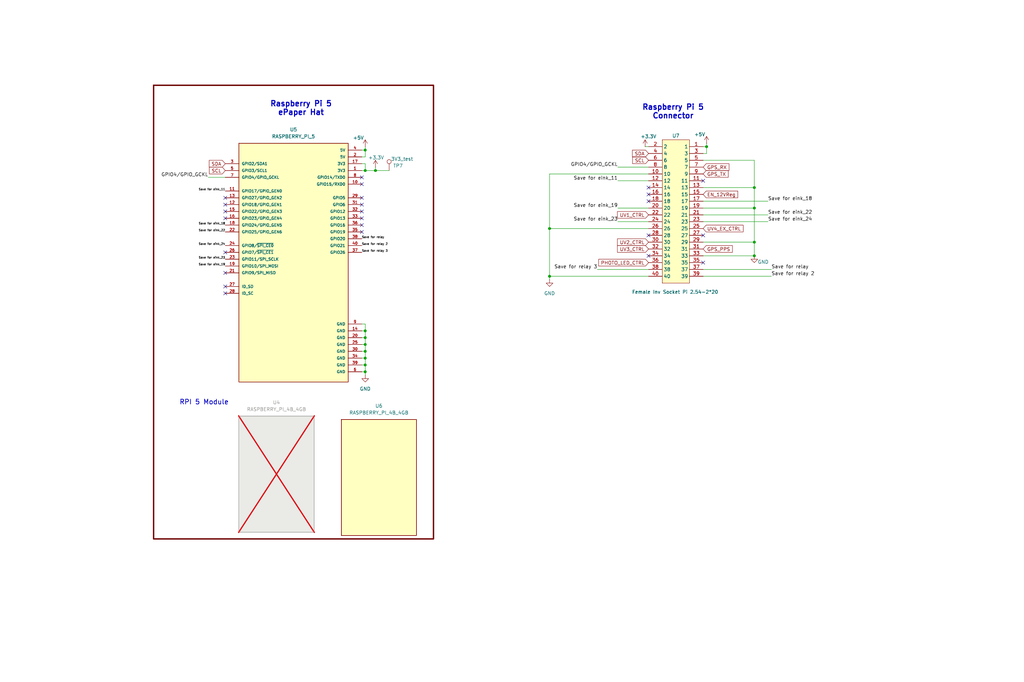
<source format=kicad_sch>
(kicad_sch (version 20250114) (generator "eeschema") (generator_version "9.0")
  (paper "User" 381 254)
  (title_block (title "MothBox") (date "2025-07-12") (rev "5.0.1") (company "Digital Naturalism Laboritories"))
  (lib_symbols
    (symbol "MothBox_Symbol_Library:+3.3V" (power) (pin_numbers (hide yes)) (pin_names (offset 0) (hide yes))
      (property "Value" "+3.3V" (at 0 3.556 0))
      (symbol "+3.3V_0_1"
        (polyline (pts (xy -0.762 1.27) (xy 0 2.54)))
        (polyline (pts (xy 0 2.54) (xy 0.762 1.27)))
        (polyline (pts (xy 0 0) (xy 0 2.54)))
      )
      (symbol "+3.3V_1_1"
        (pin power_in line (at 0 0 90) (length 0) (name "~") (number "1"))
      )
    )
    (symbol "MothBox_Symbol_Library:+5V" (power) (pin_numbers (hide yes)) (pin_names (offset 0) (hide yes))
      (property "Value" "+5V" (at 0 3.556 0))
      (symbol "+5V_0_1"
        (polyline (pts (xy -0.762 1.27) (xy 0 2.54)))
        (polyline (pts (xy 0 2.54) (xy 0.762 1.27)))
        (polyline (pts (xy 0 0) (xy 0 2.54)))
      )
      (symbol "+5V_1_1"
        (pin power_in line (at 0 0 90) (length 0) (name "~") (number "1"))
      )
    )
    (symbol "MothBox_Symbol_Library:2.54-2*20"
      (property "Reference" "U" (at 0 30.48 0))
      (property "Value" "2.54-2*20" (at 0 -27.94 0))
      (symbol "2.54-2*20_0_1"
        (rectangle (start -5.08 27.94) (end 5.08 -25.4) (fill (type background)))
        (pin unspecified line (at -10.16 25.4 0) (length 5.08) (name "1") (number "1"))
        (pin unspecified line (at -10.16 22.86 0) (length 5.08) (name "3") (number "3"))
        (pin unspecified line (at -10.16 20.32 0) (length 5.08) (name "5") (number "5"))
        (pin unspecified line (at -10.16 17.78 0) (length 5.08) (name "7") (number "7"))
        (pin unspecified line (at -10.16 15.24 0) (length 5.08) (name "9") (number "9"))
        (pin unspecified line (at -10.16 12.7 0) (length 5.08) (name "11") (number "11"))
        (pin unspecified line (at -10.16 10.16 0) (length 5.08) (name "13") (number "13"))
        (pin unspecified line (at -10.16 7.62 0) (length 5.08) (name "15") (number "15"))
        (pin unspecified line (at -10.16 5.08 0) (length 5.08) (name "17") (number "17"))
        (pin unspecified line (at -10.16 2.54 0) (length 5.08) (name "19") (number "19"))
        (pin unspecified line (at -10.16 0 0) (length 5.08) (name "21") (number "21"))
        (pin unspecified line (at -10.16 -2.54 0) (length 5.08) (name "23") (number "23"))
        (pin unspecified line (at -10.16 -5.08 0) (length 5.08) (name "25") (number "25"))
        (pin unspecified line (at -10.16 -7.62 0) (length 5.08) (name "27") (number "27"))
        (pin unspecified line (at -10.16 -10.16 0) (length 5.08) (name "29") (number "29"))
        (pin unspecified line (at -10.16 -12.7 0) (length 5.08) (name "31") (number "31"))
        (pin unspecified line (at -10.16 -15.24 0) (length 5.08) (name "33") (number "33"))
        (pin unspecified line (at -10.16 -17.78 0) (length 5.08) (name "35") (number "35"))
        (pin unspecified line (at -10.16 -20.32 0) (length 5.08) (name "37") (number "37"))
        (pin unspecified line (at -10.16 -22.86 0) (length 5.08) (name "39") (number "39"))
        (pin unspecified line (at 10.16 25.4 180) (length 5.08) (name "2") (number "2"))
        (pin unspecified line (at 10.16 22.86 180) (length 5.08) (name "4") (number "4"))
        (pin unspecified line (at 10.16 20.32 180) (length 5.08) (name "6") (number "6"))
        (pin unspecified line (at 10.16 17.78 180) (length 5.08) (name "8") (number "8"))
        (pin unspecified line (at 10.16 15.24 180) (length 5.08) (name "10") (number "10"))
        (pin unspecified line (at 10.16 12.7 180) (length 5.08) (name "12") (number "12"))
        (pin unspecified line (at 10.16 10.16 180) (length 5.08) (name "14") (number "14"))
        (pin unspecified line (at 10.16 7.62 180) (length 5.08) (name "16") (number "16"))
        (pin unspecified line (at 10.16 5.08 180) (length 5.08) (name "18") (number "18"))
        (pin unspecified line (at 10.16 2.54 180) (length 5.08) (name "20") (number "20"))
        (pin unspecified line (at 10.16 0 180) (length 5.08) (name "22") (number "22"))
        (pin unspecified line (at 10.16 -2.54 180) (length 5.08) (name "24") (number "24"))
        (pin unspecified line (at 10.16 -5.08 180) (length 5.08) (name "26") (number "26"))
        (pin unspecified line (at 10.16 -7.62 180) (length 5.08) (name "28") (number "28"))
        (pin unspecified line (at 10.16 -10.16 180) (length 5.08) (name "30") (number "30"))
        (pin unspecified line (at 10.16 -12.7 180) (length 5.08) (name "32") (number "32"))
        (pin unspecified line (at 10.16 -15.24 180) (length 5.08) (name "34") (number "34"))
        (pin unspecified line (at 10.16 -17.78 180) (length 5.08) (name "36") (number "36"))
        (pin unspecified line (at 10.16 -20.32 180) (length 5.08) (name "38") (number "38"))
        (pin unspecified line (at 10.16 -22.86 180) (length 5.08) (name "40") (number "40"))
      )
    )
    (symbol "MothBox_Symbol_Library:GND" (power) (pin_numbers (hide yes)) (pin_names (offset 0) (hide yes))
      (property "Value" "GND" (at 0 -3.81 0))
      (symbol "GND_0_1"
        (polyline (pts (xy 0 0) (xy 0 -1.27) (xy 1.27 -1.27) (xy 0 -2.54) (xy -1.27 -1.27) (xy 0 -1.27)))
      )
      (symbol "GND_1_1"
        (pin power_in line (at 0 0 270) (length 0) (name "~") (number "1"))
      )
    )
    (symbol "MothBox_Symbol_Library:TestPoint" (pin_numbers (hide yes)) (pin_names (offset 0.762) (hide yes))
      (property "Reference" "TP" (at 0 6.858 0))
      (property "Value" "TestPoint" (at 0 5.08 0))
      (symbol "TestPoint_0_1"
        (circle (center 0 3.302) (radius 0.762))
      )
      (symbol "TestPoint_1_1"
        (pin passive line (at 0 0 90) (length 2.54) (name "1") (number "1"))
      )
    )
    (symbol "RASPBERRY_PI_4B_4GB_1" (pin_names (offset 1.016))
      (property "Reference" "U4" (at 0 38.1 0))
      (property "Value" "RASPBERRY_PI_4B_4GB" (at 0 35.56 0))
      (symbol "RASPBERRY_PI_4B_4GB_1_0_0"
        (rectangle (start -13.97 33.02) (end 13.97 -10.16) (stroke (width 0.254)) (fill (type background)))
      )
    )
    (symbol "RASPBERRY_PI_4B_4GB_2" (pin_names (offset 1.016))
      (property "Reference" "U1" (at 0 38.1 0))
      (property "Value" "RASPBERRY_PI_5" (at 0 35.56 0))
      (symbol "RASPBERRY_PI_4B_4GB_2_0_0"
        (rectangle (start -20.32 33.02) (end 20.32 -55.88) (stroke (width 0.254)) (fill (type background)))
        (pin bidirectional line (at -25.4 25.4 0) (length 5.08) (name "GPIO2/SDA1") (number "3"))
        (pin bidirectional line (at -25.4 22.86 0) (length 5.08) (name "GPIO3/SCL1") (number "5"))
        (pin bidirectional line (at -25.4 20.32 0) (length 5.08) (name "GPIO4/GPIO_GCKL") (number "7"))
        (pin bidirectional line (at -25.4 15.24 0) (length 5.08) (name "GPIO17/GPIO_GEN0") (number "11"))
        (pin bidirectional line (at -25.4 12.7 0) (length 5.08) (name "GPIO27/GPIO_GEN2") (number "13"))
        (pin bidirectional line (at -25.4 10.16 0) (length 5.08) (name "GPIO18/GPIO_GEN1") (number "12"))
        (pin bidirectional line (at -25.4 7.62 0) (length 5.08) (name "GPIO22/GPIO_GEN3") (number "15"))
        (pin bidirectional line (at -25.4 5.08 0) (length 5.08) (name "GPIO23/GPIO_GEN4") (number "16"))
        (pin bidirectional line (at -25.4 2.54 0) (length 5.08) (name "GPIO24/GPIO_GEN5") (number "18"))
        (pin bidirectional line (at -25.4 0 0) (length 5.08) (name "GPIO25/GPIO_GEN6") (number "22"))
        (pin bidirectional line (at -25.4 -5.08 0) (length 5.08) (name "GPIO8/~{SPI_CE0}") (number "24"))
        (pin bidirectional line (at -25.4 -7.62 0) (length 5.08) (name "GPIO7/~{SPI_CE1}") (number "26"))
        (pin bidirectional line (at -25.4 -10.16 0) (length 5.08) (name "GPIO11/SPI_SCLK") (number "23"))
        (pin bidirectional line (at -25.4 -12.7 0) (length 5.08) (name "GPIO10/SPI_MOSI") (number "19"))
        (pin bidirectional line (at -25.4 -15.24 0) (length 5.08) (name "GPIO9/SPI_MISO") (number "21"))
        (pin bidirectional line (at -25.4 -20.32 0) (length 5.08) (name "ID_SD") (number "27"))
        (pin bidirectional line (at -25.4 -22.86 0) (length 5.08) (name "ID_SC") (number "28"))
        (pin power_in line (at 25.4 30.48 180) (length 5.08) (name "5V") (number "4"))
        (pin power_in line (at 25.4 27.94 180) (length 5.08) (name "5V") (number "2"))
        (pin power_in line (at 25.4 25.4 180) (length 5.08) (name "3V3") (number "17"))
        (pin power_in line (at 25.4 22.86 180) (length 5.08) (name "3V3") (number "1"))
        (pin bidirectional line (at 25.4 20.32 180) (length 5.08) (name "GPIO14/TXD0") (number "8"))
        (pin bidirectional line (at 25.4 17.78 180) (length 5.08) (name "GPIO15/RXD0") (number "10"))
        (pin bidirectional line (at 25.4 12.7 180) (length 5.08) (name "GPIO5") (number "29"))
        (pin bidirectional line (at 25.4 10.16 180) (length 5.08) (name "GPIO6") (number "31"))
        (pin bidirectional line (at 25.4 7.62 180) (length 5.08) (name "GPIO12") (number "32"))
        (pin bidirectional line (at 25.4 5.08 180) (length 5.08) (name "GPIO13") (number "33"))
        (pin bidirectional line (at 25.4 2.54 180) (length 5.08) (name "GPIO16") (number "36"))
        (pin bidirectional line (at 25.4 0 180) (length 5.08) (name "GPIO19") (number "35"))
        (pin bidirectional line (at 25.4 -2.54 180) (length 5.08) (name "GPIO20") (number "38"))
        (pin bidirectional line (at 25.4 -5.08 180) (length 5.08) (name "GPIO21") (number "40"))
        (pin bidirectional line (at 25.4 -7.62 180) (length 5.08) (name "GPIO26") (number "37"))
        (pin power_in line (at 25.4 -34.29 180) (length 5.08) (name "GND") (number "9"))
        (pin power_in line (at 25.4 -36.83 180) (length 5.08) (name "GND") (number "14"))
        (pin power_in line (at 25.4 -39.37 180) (length 5.08) (name "GND") (number "20"))
        (pin power_in line (at 25.4 -41.91 180) (length 5.08) (name "GND") (number "25"))
        (pin power_in line (at 25.4 -44.45 180) (length 5.08) (name "GND") (number "30"))
        (pin power_in line (at 25.4 -46.99 180) (length 5.08) (name "GND") (number "34"))
        (pin power_in line (at 25.4 -49.53 180) (length 5.08) (name "GND") (number "39"))
        (pin power_in line (at 25.4 -52.07 180) (length 5.08) (name "GND") (number "6"))
      )
    )
  )
  (rectangle (start 57.15 31.75) (end 161.29 200.66) (stroke (width 0.508) (color 110 0 0 1)))
  (text "Raspberry Pi 5\nConnector" (at 250.444 41.656 0) (effects (font (size 2 2) (thickness 0.4) (bold yes))))
  (text "RPI 5 Module\n" (at 75.946 149.86 0) (effects (font (size 1.778 1.778) (thickness 0.254) (bold yes))))
  (text "Raspberry Pi 5\nePaper Hat" (at 112.014 40.386 0) (effects (font (size 2 2) (thickness 0.4) (bold yes))))
  (junction (at 135.89 123.19))
  (junction (at 135.89 63.5))
  (junction (at 135.89 135.89))
  (junction (at 280.67 69.85))
  (junction (at 135.89 55.88))
  (junction (at 280.67 95.25))
  (junction (at 135.89 125.73))
  (junction (at 139.7 63.5))
  (junction (at 280.67 77.47))
  (junction (at 135.89 130.81))
  (junction (at 280.67 90.17))
  (junction (at 135.89 133.35))
  (junction (at 262.89 54.61))
  (junction (at 135.89 128.27))
  (junction (at 204.47 85.09))
  (junction (at 204.47 102.87))
  (junction (at 135.89 138.43))
  (no_connect (at 83.82 81.28))
  (no_connect (at 261.62 67.31))
  (no_connect (at 241.3 72.39))
  (no_connect (at 83.82 109.22))
  (no_connect (at 134.62 68.58))
  (no_connect (at 83.82 93.98))
  (no_connect (at 134.62 76.2))
  (no_connect (at 83.82 76.2))
  (no_connect (at 134.62 81.28))
  (no_connect (at 83.82 101.6))
  (no_connect (at 241.3 74.93))
  (no_connect (at 261.62 97.79))
  (no_connect (at 134.62 78.74))
  (no_connect (at 83.82 73.66))
  (no_connect (at 83.82 106.68))
  (no_connect (at 261.62 87.63))
  (no_connect (at 134.62 86.36))
  (no_connect (at 83.82 78.74))
  (no_connect (at 134.62 66.04))
  (no_connect (at 134.62 73.66))
  (no_connect (at 241.3 69.85))
  (no_connect (at 241.3 95.25))
  (no_connect (at 241.3 87.63))
  (no_connect (at 134.62 83.82))
  (wire (pts (xy 285.75 80.01) (xy 261.62 80.01)))
  (wire (pts (xy 262.89 54.61) (xy 261.62 54.61)))
  (wire (pts (xy 135.89 133.35) (xy 135.89 135.89)))
  (wire (pts (xy 134.62 58.42) (xy 135.89 58.42)))
  (wire (pts (xy 134.62 120.65) (xy 135.89 120.65)))
  (wire (pts (xy 134.62 55.88) (xy 135.89 55.88)))
  (wire (pts (xy 229.87 77.47) (xy 241.3 77.47)))
  (wire (pts (xy 135.89 60.96) (xy 135.89 63.5)))
  (wire (pts (xy 135.89 54.61) (xy 135.89 55.88)))
  (wire (pts (xy 134.62 60.96) (xy 135.89 60.96)))
  (wire (pts (xy 134.62 128.27) (xy 135.89 128.27)))
  (wire (pts (xy 261.62 90.17) (xy 280.67 90.17)))
  (wire (pts (xy 229.87 62.23) (xy 241.3 62.23)))
  (wire (pts (xy 135.89 58.42) (xy 135.89 55.88)))
  (wire (pts (xy 135.89 138.43) (xy 135.89 139.7)))
  (wire (pts (xy 204.47 102.87) (xy 241.3 102.87)))
  (wire (pts (xy 229.87 82.55) (xy 241.3 82.55)))
  (wire (pts (xy 285.75 82.55) (xy 261.62 82.55)))
  (wire (pts (xy 139.7 62.23) (xy 139.7 63.5)))
  (wire (pts (xy 280.67 90.17) (xy 280.67 95.25)))
  (wire (pts (xy 77.47 66.04) (xy 83.82 66.04)))
  (wire (pts (xy 261.62 59.69) (xy 280.67 59.69)))
  (wire (pts (xy 241.3 54.61) (xy 240.03 54.61)))
  (wire (pts (xy 280.67 59.69) (xy 280.67 69.85)))
  (wire (pts (xy 134.62 125.73) (xy 135.89 125.73)))
  (wire (pts (xy 134.62 130.81) (xy 135.89 130.81)))
  (wire (pts (xy 135.89 128.27) (xy 135.89 130.81)))
  (wire (pts (xy 134.62 133.35) (xy 135.89 133.35)))
  (wire (pts (xy 204.47 102.87) (xy 204.47 104.14)))
  (wire (pts (xy 261.62 95.25) (xy 280.67 95.25)))
  (wire (pts (xy 261.62 77.47) (xy 280.67 77.47)))
  (wire (pts (xy 135.89 120.65) (xy 135.89 123.19)))
  (wire (pts (xy 135.89 130.81) (xy 135.89 133.35)))
  (wire (pts (xy 204.47 85.09) (xy 241.3 85.09)))
  (wire (pts (xy 280.67 69.85) (xy 280.67 77.47)))
  (wire (pts (xy 241.3 64.77) (xy 204.47 64.77)))
  (wire (pts (xy 262.89 54.61) (xy 262.89 57.15)))
  (wire (pts (xy 135.89 125.73) (xy 135.89 128.27)))
  (wire (pts (xy 262.89 53.34) (xy 262.89 54.61)))
  (wire (pts (xy 135.89 123.19) (xy 135.89 125.73)))
  (wire (pts (xy 285.75 74.93) (xy 261.62 74.93)))
  (wire (pts (xy 204.47 64.77) (xy 204.47 85.09)))
  (wire (pts (xy 135.89 63.5) (xy 139.7 63.5)))
  (wire (pts (xy 134.62 135.89) (xy 135.89 135.89)))
  (wire (pts (xy 280.67 77.47) (xy 280.67 90.17)))
  (wire (pts (xy 261.62 69.85) (xy 280.67 69.85)))
  (wire (pts (xy 135.89 135.89) (xy 135.89 138.43)))
  (wire (pts (xy 229.87 67.31) (xy 241.3 67.31)))
  (wire (pts (xy 135.89 63.5) (xy 134.62 63.5)))
  (wire (pts (xy 287.02 102.87) (xy 261.62 102.87)))
  (wire (pts (xy 222.25 100.33) (xy 241.3 100.33)))
  (wire (pts (xy 139.7 63.5) (xy 144.78 63.5)))
  (wire (pts (xy 204.47 85.09) (xy 204.47 102.87)))
  (wire (pts (xy 134.62 123.19) (xy 135.89 123.19)))
  (wire (pts (xy 287.02 100.33) (xy 261.62 100.33)))
  (wire (pts (xy 262.89 57.15) (xy 261.62 57.15)))
  (wire (pts (xy 134.62 138.43) (xy 135.89 138.43)))
  (label "Save for eink_24" (at 83.82 91.44 180) (effects (font (size 0.762 0.762))))
  (label "Save for relay" (at 287.02 100.33 0))
  (label "GPIO4{slash}GPIO_GCKL" (at 77.47 66.04 180))
  (label "GPIO4{slash}GPIO_GCKL" (at 229.87 62.23 180))
  (label "Save for relay 3" (at 134.62 93.98 0) (effects (font (size 0.762 0.762))))
  (label "Save for eink_11" (at 83.82 71.12 180) (effects (font (size 0.762 0.762))))
  (label "Save for relay 2" (at 134.62 91.44 0) (effects (font (size 0.762 0.762))))
  (label "Save for eink_19" (at 83.82 99.06 180) (effects (font (size 0.762 0.762))))
  (label "Save for eink_24" (at 285.75 82.55 0))
  (label "Save for eink_23" (at 83.82 96.52 180) (effects (font (size 0.762 0.762))))
  (label "Save for eink_19" (at 229.87 77.47 180))
  (label "Save for eink_11" (at 229.87 67.31 180))
  (label "Save for eink_22" (at 83.82 86.36 180) (effects (font (size 0.762 0.762))))
  (label "Save for relay 3" (at 222.25 100.33 180))
  (label "Save for eink_18" (at 285.75 74.93 0))
  (label "Save for relay" (at 134.62 88.9 0) (effects (font (size 0.762 0.762))))
  (label "Save for eink_23" (at 229.87 82.55 180))
  (label "Save for relay 2" (at 287.02 102.87 0))
  (label "Save for eink_22" (at 285.75 80.01 0))
  (label "Save for eink_18" (at 83.82 83.82 180) (effects (font (size 0.762 0.762))))
  (global_label "EN_12VReg" (shape input) (at 261.62 72.39 0) (property "Intersheetrefs" "${INTERSHEET_REFS}" (effects (hide yes))))
  (global_label "UV4_EX_CTRL" (shape input) (at 261.62 85.09 0) (property "Intersheetrefs" "${INTERSHEET_REFS}" (effects (hide yes))))
  (global_label "GPS_PPS" (shape input) (at 261.62 92.71 0) (property "Intersheetrefs" "${INTERSHEET_REFS}" (effects (hide yes))))
  (global_label "GPS_RX" (shape input) (at 261.62 62.23 0) (property "Intersheetrefs" "${INTERSHEET_REFS}" (effects (hide yes))))
  (global_label "SDA" (shape input) (at 241.3 57.15 180) (property "Intersheetrefs" "${INTERSHEET_REFS}" (effects (hide yes))))
  (global_label "GPS_TX" (shape input) (at 261.62 64.77 0) (property "Intersheetrefs" "${INTERSHEET_REFS}" (effects (hide yes))))
  (global_label "SCL" (shape input) (at 241.3 59.69 180) (property "Intersheetrefs" "${INTERSHEET_REFS}" (effects (hide yes))))
  (global_label "PHOTO_LED_CTRL" (shape input) (at 241.3 97.79 180) (property "Intersheetrefs" "${INTERSHEET_REFS}" (effects (hide yes))))
  (global_label "UV3_CTRL" (shape input) (at 241.3 92.71 180) (property "Intersheetrefs" "${INTERSHEET_REFS}" (effects (hide yes))))
  (global_label "UV2_CTRL" (shape input) (at 241.3 90.17 180) (property "Intersheetrefs" "${INTERSHEET_REFS}" (effects (hide yes))))
  (global_label "SDA" (shape input) (at 83.82 60.96 180) (property "Intersheetrefs" "${INTERSHEET_REFS}" (effects (hide yes))))
  (global_label "UV1_CTRL" (shape input) (at 241.3 80.01 180) (property "Intersheetrefs" "${INTERSHEET_REFS}" (effects (hide yes))))
  (global_label "SCL" (shape input) (at 83.82 63.5 180) (property "Intersheetrefs" "${INTERSHEET_REFS}" (effects (hide yes))))
  (symbol (lib_name "RASPBERRY_PI_4B_4GB_1") (lib_id "MothBox_Symbol_Library:RASPBERRY_PI_4B_4GB_1") (at 140.97 189.23 0) (unit 1) (in_bom no)
    (property "Reference" "U6" (at 140.97 151.13 0))
    (property "Value" "RASPBERRY_PI_4B_4GB" (at 140.97 153.67 0))
    (property "Footprint" "RASPBERRY_PI_4B_4GB:MODULE_RASPBERRY_PI_4B_4GB_Sideways" (effects (hide yes)))
    (property "MF" "Raspberry Pi" (effects (hide yes)))
    (property "MAXIMUM_PACKAGE_HEIGHT" "16 mm" (effects (hide yes)))
    (property "Package" "None" (effects (hide yes)))
    (property "Price" "None" (effects (hide yes)))
    (property "Check_prices" "https://www.snapeda.com/parts/RASPBERRY%20PI%204B/4GB/Raspberry+Pi/view-part/?ref=eda" (effects (hide yes)))
    (property "STANDARD" "Manufacturer Recommendations" (effects (hide yes)))
    (property "PARTREV" "4" (effects (hide yes)))
    (property "SnapEDA_Link" "https://www.snapeda.com/parts/RASPBERRY%20PI%204B/4GB/Raspberry+Pi/view-part/?ref=snap" (effects (hide yes)))
    (property "MP" "RASPBERRY PI 4B/4GB" (effects (hide yes)))
    (property "Description_1" "BCM2711 Raspberry Pi 4 Model B 4GB - ARM® Cortex®-A72 MPU Embedded Evaluation Board" (effects (hide yes)))
    (property "Availability" "Not in stock" (effects (hide yes)))
    (property "SNAPEDA_PN" "RASPBERRY PI 4B/4GB" (effects (hide yes)))
    (property "Digikey_Part_No" "SC1113" (effects (hide yes)))
  )
  (symbol (lib_id "MothBox_Symbol_Library:GND") (at 204.47 104.14 0) (unit 1)
    (property "Reference" "#PWR061" (effects (hide yes)))
    (property "Value" "GND" (at 204.47 109.22 0))
    (property "Description" "Power symbol creates a global label with name \"GND\" , ground" (effects (hide yes)))
  )
  (symbol (lib_id "MothBox_Symbol_Library:GND") (at 135.89 139.7 0) (unit 1)
    (property "Reference" "#PWR018" (effects (hide yes)))
    (property "Value" "GND" (at 135.89 144.78 0))
    (property "Description" "Power symbol creates a global label with name \"GND\" , ground" (effects (hide yes)))
  )
  (symbol (lib_id "MothBox_Symbol_Library:+5V") (at 135.89 54.61 0) (unit 1)
    (property "Reference" "#PWR017" (effects (hide yes)))
    (property "Value" "+5V" (at 133.35 51.308 0))
    (property "Description" "Power symbol creates a global label with name \"+5V\"" (effects (hide yes)))
  )
  (symbol (lib_name "RASPBERRY_PI_4B_4GB_2") (lib_id "MothBox_Symbol_Library:RASPBERRY_PI_4B_4GB_2") (at 109.22 86.36 0) (unit 1)
    (property "Reference" "U5" (at 109.22 48.26 0))
    (property "Value" "RASPBERRY_PI_5" (at 109.22 50.8 0))
    (property "Footprint" "MothBox_footprints_Library:EPAPER_PinHeader_2x20_P2.54mm_Vertical" (effects (hide yes)))
    (property "MF" "Raspberry Pi" (effects (hide yes)))
    (property "LCSC_Part" "C5224014" (effects (hide yes)))
  )
  (symbol (lib_id "MothBox_Symbol_Library:+3.3V") (at 139.7 62.23 0) (unit 1)
    (property "Reference" "#PWR019" (effects (hide yes)))
    (property "Value" "+3.3V" (at 139.954 58.674 0))
    (property "Description" "Power symbol creates a global label with name \"+3.3V\"" (effects (hide yes)))
  )
  (symbol (lib_id "MothBox_Symbol_Library:GND") (at 280.67 95.25 0) (unit 1)
    (property "Reference" "#PWR060" (effects (hide yes)))
    (property "Value" "GND" (at 283.972 97.536 0))
    (property "Description" "Power symbol creates a global label with name \"GND\" , ground" (effects (hide yes)))
  )
  (symbol (lib_name "RASPBERRY_PI_4B_4GB_1") (lib_id "MothBox_Symbol_Library:RASPBERRY_PI_4B_4GB_1") (at 102.87 187.96 0) (unit 1) (exclude_from_sim yes) (in_bom no) (on_board no) (dnp yes)
    (property "Reference" "U4" (at 102.87 149.86 0))
    (property "Value" "RASPBERRY_PI_4B_4GB" (at 102.87 152.4 0))
    (property "Footprint" "RASPBERRY_PI_4B_4GB:MODULE_RASPBERRY_PI_4B_4GB" (effects (hide yes)))
    (property "MF" "Raspberry Pi" (effects (hide yes)))
    (property "MAXIMUM_PACKAGE_HEIGHT" "16 mm" (effects (hide yes)))
    (property "Package" "None" (effects (hide yes)))
    (property "Price" "None" (effects (hide yes)))
    (property "Check_prices" "https://www.snapeda.com/parts/RASPBERRY%20PI%204B/4GB/Raspberry+Pi/view-part/?ref=eda" (effects (hide yes)))
    (property "STANDARD" "Manufacturer Recommendations" (effects (hide yes)))
    (property "PARTREV" "4" (effects (hide yes)))
    (property "SnapEDA_Link" "https://www.snapeda.com/parts/RASPBERRY%20PI%204B/4GB/Raspberry+Pi/view-part/?ref=snap" (effects (hide yes)))
    (property "MP" "RASPBERRY PI 4B/4GB" (effects (hide yes)))
    (property "Description_1" "BCM2711 Raspberry Pi 4 Model B 4GB - ARM® Cortex®-A72 MPU Embedded Evaluation Board" (effects (hide yes)))
    (property "Availability" "Not in stock" (effects (hide yes)))
    (property "SNAPEDA_PN" "RASPBERRY PI 4B/4GB" (effects (hide yes)))
    (property "Digikey_Part_No" "SC1113" (effects (hide yes)))
  )
  (symbol (lib_id "MothBox_Symbol_Library:+5V") (at 262.89 53.34 0) (unit 1)
    (property "Reference" "#PWR025" (effects (hide yes)))
    (property "Value" "+5V" (at 260.35 50.038 0))
    (property "Description" "Power symbol creates a global label with name \"+5V\"" (effects (hide yes)))
  )
  (symbol (lib_id "MothBox_Symbol_Library:2.54-2*20") (at 251.46 80.01 0) (mirror y) (unit 1)
    (property "Reference" "U7" (at 251.46 50.546 0))
    (property "Value" "Female Inv Socket Pi 2.54-2*20" (at 251.206 108.712 0))
    (property "Footprint" "MothBox_footprints_Library:HDR-TH_40P-P2.54-H-F-R2-C20-W8.5" (effects (hide yes)))
    (property "LCSC_Part" "C2897440" (effects (hide yes)))
  )
  (symbol (lib_id "MothBox_Symbol_Library:TestPoint") (at 144.78 63.5 0) (mirror y) (unit 1) (in_bom no)
    (property "Reference" "TP7" (at 148.082 61.722 0))
    (property "Value" "3V3_test" (at 149.606 59.182 0))
    (property "Footprint" "MothBox_footprints_Library:TestPoint_THTPad_D1.0mm_Drill0.5mm" (effects (hide yes)))
    (property "Description" "test point" (effects (hide yes)))
  )
  (symbol (lib_id "MothBox_Symbol_Library:+3.3V") (at 240.03 54.61 0) (unit 1)
    (property "Reference" "#PWR030" (effects (hide yes)))
    (property "Value" "+3.3V" (at 241.3 50.8 0))
    (property "Description" "Power symbol creates a global label with name \"+3.3V\"" (effects (hide yes)))
  )
)
</source>
